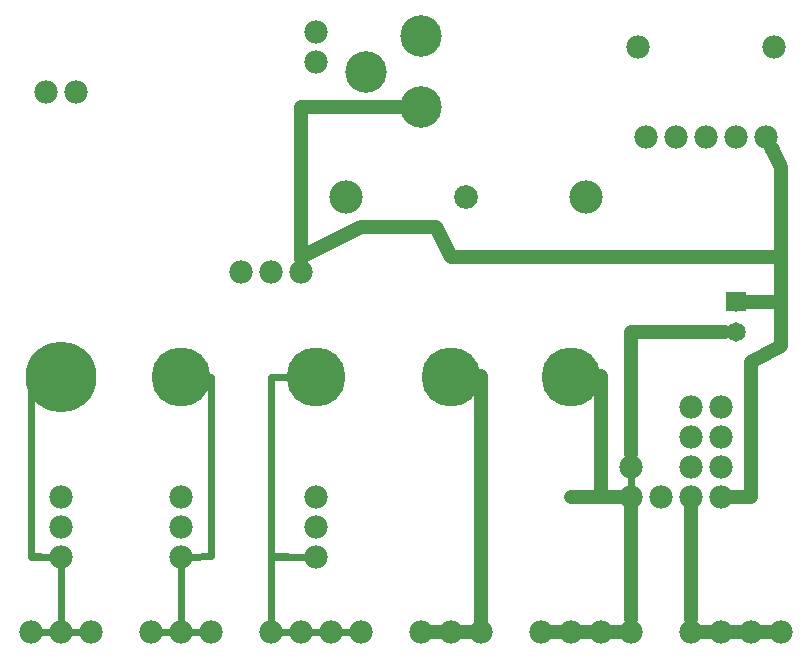
<source format=gbl>
G04 MADE WITH FRITZING*
G04 WWW.FRITZING.ORG*
G04 DOUBLE SIDED*
G04 HOLES PLATED*
G04 CONTOUR ON CENTER OF CONTOUR VECTOR*
%ASAXBY*%
%FSLAX23Y23*%
%MOIN*%
%OFA0B0*%
%SFA1.0B1.0*%
%ADD10C,0.065000*%
%ADD11C,0.078000*%
%ADD12C,0.079370*%
%ADD13C,0.110866*%
%ADD14C,0.138425*%
%ADD15C,0.196850*%
%ADD16C,0.236220*%
%ADD17C,0.024000*%
%ADD18C,0.048000*%
%ADD19R,0.001000X0.001000*%
%LNCOPPER0*%
G90*
G70*
G54D10*
X2428Y1072D03*
X2428Y1172D03*
G54D11*
X2178Y522D03*
X2078Y622D03*
X2078Y522D03*
X2378Y522D03*
X2378Y622D03*
X2378Y722D03*
X2378Y822D03*
X2278Y522D03*
X2278Y622D03*
X2278Y722D03*
X2278Y822D03*
G54D12*
X1528Y1522D03*
G54D13*
X1128Y1522D03*
X1928Y1522D03*
G54D11*
X2578Y72D03*
X2478Y72D03*
X2378Y72D03*
X2278Y72D03*
X2078Y72D03*
X1978Y72D03*
X1878Y72D03*
X1778Y72D03*
X1178Y72D03*
X1078Y72D03*
X978Y72D03*
X878Y72D03*
X1578Y72D03*
X1478Y72D03*
X1378Y72D03*
X678Y72D03*
X578Y72D03*
X478Y72D03*
X578Y522D03*
X578Y422D03*
X578Y322D03*
X1028Y522D03*
X1028Y422D03*
X1028Y322D03*
X178Y522D03*
X178Y422D03*
X178Y322D03*
X1028Y1972D03*
X1028Y2072D03*
X228Y1872D03*
X128Y1872D03*
G54D14*
X1194Y1937D03*
X1378Y1822D03*
X1378Y2056D03*
G54D11*
X978Y1272D03*
X878Y1272D03*
X778Y1272D03*
X2528Y1722D03*
X2428Y1722D03*
X2328Y1722D03*
X2228Y1722D03*
X2128Y1722D03*
X2556Y2022D03*
X2100Y2022D03*
X278Y72D03*
X178Y72D03*
X78Y72D03*
G54D15*
X1878Y922D03*
X1478Y922D03*
X1028Y922D03*
X578Y922D03*
G54D16*
X178Y922D03*
G54D17*
X878Y102D02*
X879Y323D01*
D02*
X879Y323D02*
X998Y322D01*
G54D18*
D02*
X2577Y1620D02*
X2577Y1322D01*
D02*
X1478Y1322D02*
X1427Y1422D01*
D02*
X2577Y1322D02*
X1478Y1322D01*
D02*
X1427Y1422D02*
X1177Y1422D01*
D02*
X1177Y1422D02*
X978Y1322D01*
D02*
X2546Y1685D02*
X2577Y1620D01*
D02*
X978Y1322D02*
X978Y1313D01*
D02*
X978Y1821D02*
X1307Y1822D01*
D02*
X978Y1313D02*
X978Y1821D01*
D02*
X2577Y1620D02*
X2577Y1171D01*
D02*
X2577Y1171D02*
X2464Y1171D01*
D02*
X2546Y1685D02*
X2577Y1620D01*
D02*
X2579Y1621D02*
X2547Y1685D01*
D02*
X2577Y1023D02*
X2579Y1621D01*
D02*
X2478Y970D02*
X2577Y1023D01*
D02*
X2479Y520D02*
X2478Y970D01*
D02*
X2419Y521D02*
X2479Y520D01*
D02*
X2078Y1072D02*
X2392Y1072D01*
D02*
X2078Y663D02*
X2078Y1072D01*
G54D17*
D02*
X77Y321D02*
X148Y322D01*
D02*
X77Y721D02*
X77Y321D01*
D02*
X77Y922D02*
X77Y721D01*
D02*
X147Y922D02*
X77Y922D01*
D02*
X879Y922D02*
X997Y922D01*
D02*
X879Y321D02*
X879Y922D01*
D02*
X998Y322D02*
X879Y321D01*
D02*
X178Y102D02*
X178Y292D01*
D02*
X578Y102D02*
X578Y292D01*
G54D18*
D02*
X2278Y113D02*
X2278Y480D01*
D02*
X1978Y522D02*
X1978Y923D01*
D02*
X1978Y923D02*
X1920Y922D01*
D02*
X1879Y521D02*
X1978Y522D01*
D02*
X2037Y522D02*
X1879Y521D01*
D02*
X1578Y923D02*
X1520Y922D01*
D02*
X1578Y71D02*
X1578Y923D01*
D02*
X1519Y71D02*
X1578Y71D01*
G54D17*
D02*
X178Y72D02*
X79Y72D01*
D02*
X148Y72D02*
X108Y72D01*
D02*
X248Y72D02*
X208Y72D01*
D02*
X548Y72D02*
X508Y72D01*
D02*
X608Y72D02*
X648Y72D01*
D02*
X948Y72D02*
X908Y72D01*
D02*
X1048Y72D02*
X1008Y72D01*
D02*
X1148Y72D02*
X1108Y72D01*
G54D18*
D02*
X1437Y72D02*
X1419Y72D01*
D02*
X1537Y72D02*
X1519Y72D01*
D02*
X1837Y72D02*
X1819Y72D01*
D02*
X1937Y72D02*
X1919Y72D01*
D02*
X2037Y72D02*
X2019Y72D01*
D02*
X2078Y113D02*
X2078Y480D01*
D02*
X2337Y72D02*
X2319Y72D01*
D02*
X2437Y72D02*
X2419Y72D01*
D02*
X2537Y72D02*
X2519Y72D01*
G54D17*
D02*
X2078Y592D02*
X2078Y552D01*
D02*
X147Y922D02*
X78Y922D01*
D02*
X78Y922D02*
X78Y323D01*
D02*
X78Y323D02*
X148Y322D01*
D02*
X677Y922D02*
X677Y323D01*
D02*
X677Y323D02*
X608Y322D01*
D02*
X609Y922D02*
X677Y922D01*
G54D19*
X2396Y1204D02*
X2459Y1204D01*
X2396Y1203D02*
X2460Y1203D01*
X2396Y1202D02*
X2460Y1202D01*
X2396Y1201D02*
X2460Y1201D01*
X2396Y1200D02*
X2460Y1200D01*
X2396Y1199D02*
X2460Y1199D01*
X2396Y1198D02*
X2460Y1198D01*
X2396Y1197D02*
X2460Y1197D01*
X2396Y1196D02*
X2460Y1196D01*
X2396Y1195D02*
X2460Y1195D01*
X2396Y1194D02*
X2460Y1194D01*
X2396Y1193D02*
X2460Y1193D01*
X2396Y1192D02*
X2460Y1192D01*
X2396Y1191D02*
X2460Y1191D01*
X2396Y1190D02*
X2460Y1190D01*
X2396Y1189D02*
X2460Y1189D01*
X2396Y1188D02*
X2460Y1188D01*
X2396Y1187D02*
X2460Y1187D01*
X2396Y1186D02*
X2460Y1186D01*
X2396Y1185D02*
X2423Y1185D01*
X2432Y1185D02*
X2460Y1185D01*
X2396Y1184D02*
X2420Y1184D01*
X2435Y1184D02*
X2460Y1184D01*
X2396Y1183D02*
X2419Y1183D01*
X2436Y1183D02*
X2460Y1183D01*
X2396Y1182D02*
X2418Y1182D01*
X2437Y1182D02*
X2460Y1182D01*
X2396Y1181D02*
X2417Y1181D01*
X2438Y1181D02*
X2460Y1181D01*
X2396Y1180D02*
X2416Y1180D01*
X2439Y1180D02*
X2460Y1180D01*
X2396Y1179D02*
X2415Y1179D01*
X2440Y1179D02*
X2460Y1179D01*
X2396Y1178D02*
X2415Y1178D01*
X2440Y1178D02*
X2460Y1178D01*
X2396Y1177D02*
X2414Y1177D01*
X2441Y1177D02*
X2460Y1177D01*
X2396Y1176D02*
X2414Y1176D01*
X2441Y1176D02*
X2460Y1176D01*
X2396Y1175D02*
X2414Y1175D01*
X2441Y1175D02*
X2460Y1175D01*
X2396Y1174D02*
X2413Y1174D01*
X2442Y1174D02*
X2460Y1174D01*
X2396Y1173D02*
X2413Y1173D01*
X2442Y1173D02*
X2460Y1173D01*
X2396Y1172D02*
X2413Y1172D01*
X2442Y1172D02*
X2460Y1172D01*
X2396Y1171D02*
X2413Y1171D01*
X2442Y1171D02*
X2460Y1171D01*
X2396Y1170D02*
X2413Y1170D01*
X2442Y1170D02*
X2460Y1170D01*
X2396Y1169D02*
X2414Y1169D01*
X2441Y1169D02*
X2460Y1169D01*
X2396Y1168D02*
X2414Y1168D01*
X2441Y1168D02*
X2460Y1168D01*
X2396Y1167D02*
X2414Y1167D01*
X2441Y1167D02*
X2460Y1167D01*
X2396Y1166D02*
X2415Y1166D01*
X2440Y1166D02*
X2460Y1166D01*
X2396Y1165D02*
X2415Y1165D01*
X2440Y1165D02*
X2460Y1165D01*
X2396Y1164D02*
X2416Y1164D01*
X2439Y1164D02*
X2460Y1164D01*
X2396Y1163D02*
X2417Y1163D01*
X2438Y1163D02*
X2460Y1163D01*
X2396Y1162D02*
X2417Y1162D01*
X2438Y1162D02*
X2460Y1162D01*
X2396Y1161D02*
X2419Y1161D01*
X2436Y1161D02*
X2460Y1161D01*
X2396Y1160D02*
X2420Y1160D01*
X2435Y1160D02*
X2460Y1160D01*
X2396Y1159D02*
X2423Y1159D01*
X2433Y1159D02*
X2460Y1159D01*
X2396Y1158D02*
X2460Y1158D01*
X2396Y1157D02*
X2460Y1157D01*
X2396Y1156D02*
X2460Y1156D01*
X2396Y1155D02*
X2460Y1155D01*
X2396Y1154D02*
X2460Y1154D01*
X2396Y1153D02*
X2460Y1153D01*
X2396Y1152D02*
X2460Y1152D01*
X2396Y1151D02*
X2460Y1151D01*
X2396Y1150D02*
X2460Y1150D01*
X2396Y1149D02*
X2460Y1149D01*
X2396Y1148D02*
X2460Y1148D01*
X2396Y1147D02*
X2460Y1147D01*
X2396Y1146D02*
X2460Y1146D01*
X2396Y1145D02*
X2460Y1145D01*
X2396Y1144D02*
X2460Y1144D01*
X2396Y1143D02*
X2460Y1143D01*
X2396Y1142D02*
X2460Y1142D01*
X2396Y1141D02*
X2460Y1141D01*
X2396Y1140D02*
X2460Y1140D01*
D02*
G04 End of Copper0*
M02*
</source>
